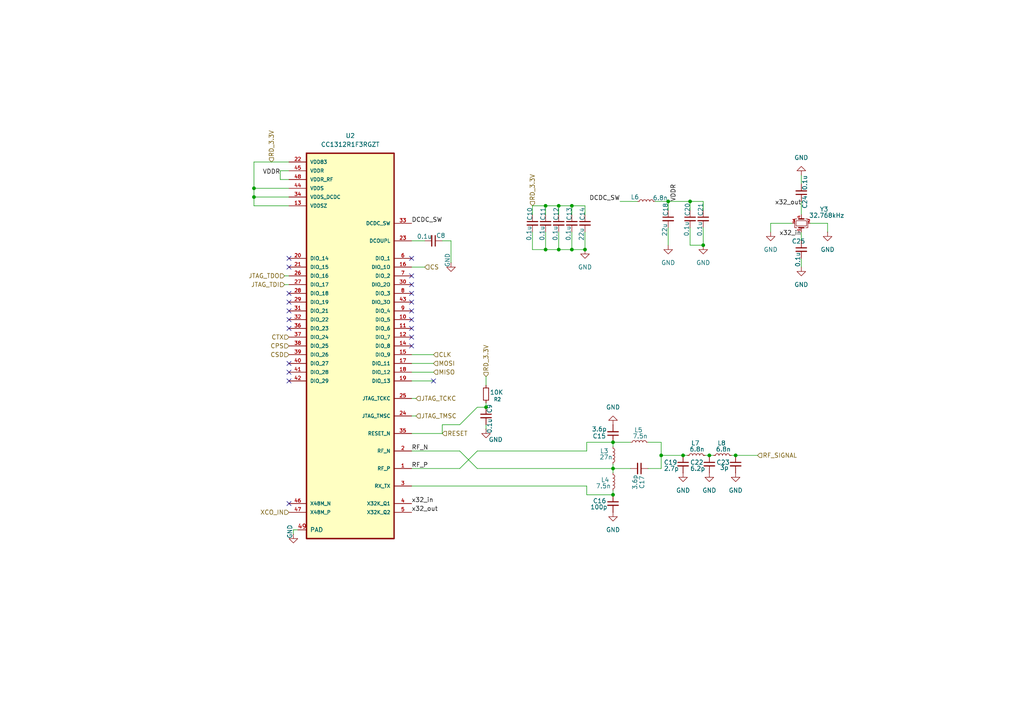
<source format=kicad_sch>
(kicad_sch (version 20250114) (generator "eeschema") (generator_version "9.0")
  (paper "A4")
  (lib_symbols
    (symbol "CC1312R1F3RGZT:CC1312R1F3RGZT" (pin_names (offset 1.016))
      (property "Reference" "U2" (at 0 60.96 0))
      (property "Value" "CC1312R1F3RGZT" (at 0 58.42 0))
      (symbol "CC1312R1F3RGZT_0_0"
        (rectangle (start -12.7 -55.88) (end 12.7 55.88) (stroke (width 0.41)) (fill (type background)))
        (pin bidirectional line (at -17.78 35.56 0) (length 5.08) (name "DCDC_SW") (number "33"))
        (pin bidirectional line (at -17.78 30.48 0) (length 5.08) (name "DCOUPL") (number "23"))
        (pin bidirectional line (at -17.78 25.4 0) (length 5.08) (name "DIO_1") (number "6"))
        (pin bidirectional line (at -17.78 22.86 0) (length 5.08) (name "DIO_1O") (number "16"))
        (pin bidirectional line (at -17.78 20.32 0) (length 5.08) (name "DIO_2") (number "7"))
        (pin bidirectional line (at -17.78 17.78 0) (length 5.08) (name "DIO_2O") (number "30"))
        (pin bidirectional line (at -17.78 15.24 0) (length 5.08) (name "DIO_3") (number "8"))
        (pin bidirectional line (at -17.78 12.7 0) (length 5.08) (name "DIO_3O") (number "43"))
        (pin bidirectional line (at -17.78 10.16 0) (length 5.08) (name "DIO_4") (number "9"))
        (pin bidirectional line (at -17.78 7.62 0) (length 5.08) (name "DIO_5") (number "10"))
        (pin bidirectional line (at -17.78 5.08 0) (length 5.08) (name "DIO_6") (number "11"))
        (pin bidirectional line (at -17.78 2.54 0) (length 5.08) (name "DIO_7") (number "12"))
        (pin bidirectional line (at -17.78 0 0) (length 5.08) (name "DIO_8") (number "14"))
        (pin bidirectional line (at -17.78 -2.54 0) (length 5.08) (name "DIO_9") (number "15"))
        (pin bidirectional line (at -17.78 -5.08 0) (length 5.08) (name "DIO_11") (number "17"))
        (pin bidirectional line (at -17.78 -7.62 0) (length 5.08) (name "DIO_12") (number "18"))
        (pin bidirectional line (at -17.78 -10.16 0) (length 5.08) (name "DIO_13") (number "19"))
        (pin bidirectional line (at -17.78 -15.24 0) (length 5.08) (name "JTAG_TCKC") (number "25"))
        (pin bidirectional line (at -17.78 -20.32 0) (length 5.08) (name "JTAG_TMSC") (number "24"))
        (pin bidirectional line (at -17.78 -25.4 0) (length 5.08) (name "RESET_N") (number "35"))
        (pin bidirectional line (at -17.78 -30.48 0) (length 5.08) (name "RF_N") (number "2"))
        (pin bidirectional line (at -17.78 -35.56 0) (length 5.08) (name "RF_P") (number "1"))
        (pin bidirectional line (at -17.78 -40.64 0) (length 5.08) (name "RX_TX") (number "3"))
        (pin bidirectional line (at -17.78 -45.72 0) (length 5.08) (name "X32K_Q1") (number "4"))
        (pin bidirectional line (at -17.78 -48.26 0) (length 5.08) (name "X32K_Q2") (number "5"))
        (pin bidirectional line (at 15.24 -53.34 180) (length 2.54) (name "PAD") (number "49"))
        (pin power_in line (at 17.78 53.34 180) (length 5.08) (name "VDD83") (number "22"))
        (pin power_in line (at 17.78 50.8 180) (length 5.08) (name "VDDR") (number "45"))
        (pin power_in line (at 17.78 48.26 180) (length 5.08) (name "VDDR_RF") (number "48"))
        (pin power_in line (at 17.78 45.72 180) (length 5.08) (name "VDDS") (number "44"))
        (pin power_in line (at 17.78 43.18 180) (length 5.08) (name "VDDS_DCDC") (number "34"))
        (pin power_in line (at 17.78 40.64 180) (length 5.08) (name "VDDSZ") (number "13"))
        (pin bidirectional line (at 17.78 25.4 180) (length 5.08) (name "DIO_14") (number "20"))
        (pin bidirectional line (at 17.78 22.86 180) (length 5.08) (name "DIO_15") (number "21"))
        (pin bidirectional line (at 17.78 20.32 180) (length 5.08) (name "DIO_16") (number "26"))
        (pin bidirectional line (at 17.78 17.78 180) (length 5.08) (name "DIO_17") (number "27"))
        (pin bidirectional line (at 17.78 15.24 180) (length 5.08) (name "DIO_18") (number "28"))
        (pin bidirectional line (at 17.78 12.7 180) (length 5.08) (name "DIO_19") (number "29"))
        (pin bidirectional line (at 17.78 10.16 180) (length 5.08) (name "DIO_21") (number "31"))
        (pin bidirectional line (at 17.78 7.62 180) (length 5.08) (name "DIO_22") (number "32"))
        (pin bidirectional line (at 17.78 5.08 180) (length 5.08) (name "DIO_23") (number "36"))
        (pin bidirectional line (at 17.78 2.54 180) (length 5.08) (name "DIO_24") (number "37"))
        (pin bidirectional line (at 17.78 0 180) (length 5.08) (name "DIO_25") (number "38"))
        (pin bidirectional line (at 17.78 -2.54 180) (length 5.08) (name "DIO_26") (number "39"))
        (pin bidirectional line (at 17.78 -5.08 180) (length 5.08) (name "DIO_27") (number "40"))
        (pin bidirectional line (at 17.78 -7.62 180) (length 5.08) (name "DIO_28") (number "41"))
        (pin bidirectional line (at 17.78 -10.16 180) (length 5.08) (name "DIO_29") (number "42"))
        (pin bidirectional line (at 17.78 -45.72 180) (length 5.08) (name "X48M_N") (number "46"))
        (pin bidirectional line (at 17.78 -48.26 180) (length 5.08) (name "X48M_P") (number "47"))
      )
    )
    (symbol "Device:C_Small" (pin_numbers (hide yes)) (pin_names (offset 0.254) (hide yes))
      (property "Reference" "C" (at 0.254 1.778 0))
      (property "Value" "C_Small" (at 0.254 -2.032 0))
      (symbol "C_Small_0_1"
        (polyline (pts (xy -1.524 0.508) (xy 1.524 0.508)) (stroke (width 0.3048)))
        (polyline (pts (xy -1.524 -0.508) (xy 1.524 -0.508)) (stroke (width 0.3302)))
      )
      (symbol "C_Small_1_1"
        (pin passive line (at 0 2.54 270) (length 2.032) (name "~") (number "1"))
        (pin passive line (at 0 -2.54 90) (length 2.032) (name "~") (number "2"))
      )
    )
    (symbol "Device:Crystal_GND23_Small" (pin_names (offset 1.016) (hide yes))
      (property "Reference" "Y" (at 1.27 4.445 0))
      (property "Value" "Crystal_GND23_Small" (at 1.27 2.54 0))
      (symbol "Crystal_GND23_Small_0_1"
        (polyline (pts (xy -1.27 1.27) (xy -1.27 1.905) (xy 1.27 1.905) (xy 1.27 1.27)))
        (polyline (pts (xy -1.27 -0.762) (xy -1.27 0.762)) (stroke (width 0.381)))
        (polyline (pts (xy -1.27 -1.27) (xy -1.27 -1.905) (xy 1.27 -1.905) (xy 1.27 -1.27)))
        (rectangle (start -0.762 -1.524) (end 0.762 1.524))
        (polyline (pts (xy 1.27 -0.762) (xy 1.27 0.762)) (stroke (width 0.381)))
      )
      (symbol "Crystal_GND23_Small_1_1"
        (pin passive line (at -2.54 0 0) (length 1.27) (name "1") (number "1"))
        (pin passive line (at 0 2.54 270) (length 0.635) (name "3") (number "3"))
        (pin passive line (at 0 -2.54 90) (length 0.635) (name "2") (number "2"))
        (pin passive line (at 2.54 0 180) (length 1.27) (name "4") (number "4"))
      )
    )
    (symbol "Device:L_Small" (pin_numbers (hide yes)) (pin_names (offset 0.254) (hide yes))
      (property "Reference" "L" (at 0.762 1.016 0))
      (property "Value" "L_Small" (at 0.762 -1.016 0))
      (symbol "L_Small_0_1"
        (arc (start 0 2.032) (mid 0.5058 1.524) (end 0 1.016))
        (arc (start 0 1.016) (mid 0.5058 0.508) (end 0 0))
        (arc (start 0 0) (mid 0.5058 -0.508) (end 0 -1.016))
        (arc (start 0 -1.016) (mid 0.5058 -1.524) (end 0 -2.032))
      )
      (symbol "L_Small_1_1"
        (pin passive line (at 0 2.54 270) (length 0.508) (name "~") (number "1"))
        (pin passive line (at 0 -2.54 90) (length 0.508) (name "~") (number "2"))
      )
    )
    (symbol "Device:R_Small" (pin_numbers (hide yes)) (pin_names (offset 0.254) (hide yes))
      (property "Reference" "R" (at 0 0 90))
      (property "Value" "R_Small" (at 1.778 0 90))
      (symbol "R_Small_0_1"
        (rectangle (start -0.762 1.778) (end 0.762 -1.778) (stroke (width 0.2032)))
      )
      (symbol "R_Small_1_1"
        (pin passive line (at 0 2.54 270) (length 0.762) (name "~") (number "1"))
        (pin passive line (at 0 -2.54 90) (length 0.762) (name "~") (number "2"))
      )
    )
    (symbol "power:GND" (power) (pin_numbers (hide yes)) (pin_names (offset 0) (hide yes))
      (property "Value" "GND" (at 0 -3.81 0))
      (symbol "GND_0_1"
        (polyline (pts (xy 0 0) (xy 0 -1.27) (xy 1.27 -1.27) (xy 0 -2.54) (xy -1.27 -1.27) (xy 0 -1.27)))
      )
      (symbol "GND_1_1"
        (pin power_in line (at 0 0 270) (length 0) (name "~") (number "1"))
      )
    )
  )
  (junction (at 158.242 72.39))
  (junction (at 158.242 59.69))
  (junction (at 177.8 128.27))
  (junction (at 213.36 132.08))
  (junction (at 193.802 58.42))
  (junction (at 191.77 132.08))
  (junction (at 200.152 58.42))
  (junction (at 203.962 71.12))
  (junction (at 162.052 72.39))
  (junction (at 177.8 143.51))
  (junction (at 165.862 72.39))
  (junction (at 177.8 135.89))
  (junction (at 162.052 59.69))
  (junction (at 165.862 59.69))
  (junction (at 205.74 132.08))
  (junction (at 73.66 57.15))
  (junction (at 140.97 118.11))
  (junction (at 169.672 72.39))
  (junction (at 73.66 54.61))
  (junction (at 198.12 132.08))
  (no_connect (at 119.38 74.93))
  (no_connect (at 119.38 82.55))
  (no_connect (at 83.82 87.63))
  (no_connect (at 83.82 107.95))
  (no_connect (at 119.38 80.01))
  (no_connect (at 83.82 77.47))
  (no_connect (at 83.82 105.41))
  (no_connect (at 83.82 110.49))
  (no_connect (at 119.38 92.71))
  (no_connect (at 119.38 95.25))
  (no_connect (at 83.82 90.17))
  (no_connect (at 83.82 95.25))
  (no_connect (at 119.38 90.17))
  (no_connect (at 83.82 74.93))
  (no_connect (at 83.82 146.05))
  (no_connect (at 119.38 97.79))
  (no_connect (at 83.82 92.71))
  (no_connect (at 119.38 87.63))
  (no_connect (at 125.73 110.49))
  (no_connect (at 119.38 85.09))
  (no_connect (at 119.38 100.33))
  (no_connect (at 83.82 85.09))
  (wire (pts (xy 170.18 128.27) (xy 177.8 128.27)))
  (wire (pts (xy 133.35 135.89) (xy 119.38 135.89)))
  (wire (pts (xy 223.52 64.77) (xy 229.87 64.77)))
  (wire (pts (xy 189.992 58.42) (xy 193.802 58.42)))
  (wire (pts (xy 223.52 67.31) (xy 223.52 64.77)))
  (wire (pts (xy 128.27 69.85) (xy 130.81 69.85)))
  (wire (pts (xy 140.97 124.46) (xy 140.97 123.19)))
  (wire (pts (xy 158.242 59.69) (xy 154.432 59.69)))
  (wire (pts (xy 203.962 66.04) (xy 203.962 71.12)))
  (wire (pts (xy 200.152 71.12) (xy 203.962 71.12)))
  (wire (pts (xy 212.09 132.08) (xy 213.36 132.08)))
  (wire (pts (xy 232.41 53.34) (xy 232.41 50.8)))
  (wire (pts (xy 154.432 59.69) (xy 154.432 62.23)))
  (wire (pts (xy 207.01 132.08) (xy 205.74 132.08)))
  (wire (pts (xy 138.43 118.11) (xy 133.35 123.19)))
  (wire (pts (xy 170.18 143.51) (xy 177.8 143.51)))
  (wire (pts (xy 232.41 58.42) (xy 232.41 62.23)))
  (wire (pts (xy 125.73 105.41) (xy 119.38 105.41)))
  (wire (pts (xy 83.82 59.69) (xy 73.66 59.69)))
  (wire (pts (xy 193.802 66.04) (xy 193.802 71.12)))
  (wire (pts (xy 162.052 59.69) (xy 165.862 59.69)))
  (wire (pts (xy 128.27 123.19) (xy 128.27 125.73)))
  (wire (pts (xy 158.242 59.69) (xy 158.242 62.23)))
  (wire (pts (xy 165.862 59.69) (xy 169.672 59.69)))
  (wire (pts (xy 169.672 67.31) (xy 169.672 72.39)))
  (wire (pts (xy 83.82 54.61) (xy 73.66 54.61)))
  (wire (pts (xy 165.862 59.69) (xy 165.862 62.23)))
  (wire (pts (xy 169.672 59.69) (xy 169.672 62.23)))
  (wire (pts (xy 120.65 120.65) (xy 119.38 120.65)))
  (wire (pts (xy 162.052 72.39) (xy 165.862 72.39)))
  (wire (pts (xy 193.802 58.42) (xy 200.152 58.42)))
  (wire (pts (xy 204.47 132.08) (xy 205.74 132.08)))
  (wire (pts (xy 85.09 153.67) (xy 86.36 153.67)))
  (wire (pts (xy 140.97 116.84) (xy 140.97 118.11)))
  (wire (pts (xy 193.802 58.42) (xy 193.802 60.96)))
  (wire (pts (xy 125.73 102.87) (xy 119.38 102.87)))
  (wire (pts (xy 200.152 66.04) (xy 200.152 71.12)))
  (wire (pts (xy 73.66 57.15) (xy 73.66 59.69)))
  (wire (pts (xy 81.28 49.53) (xy 81.28 52.07)))
  (wire (pts (xy 170.18 140.97) (xy 119.38 140.97)))
  (wire (pts (xy 133.35 135.89) (xy 138.43 130.81)))
  (wire (pts (xy 154.432 72.39) (xy 158.242 72.39)))
  (wire (pts (xy 73.66 54.61) (xy 73.66 57.15)))
  (wire (pts (xy 177.8 143.51) (xy 177.8 142.24)))
  (wire (pts (xy 140.97 118.11) (xy 138.43 118.11)))
  (wire (pts (xy 158.242 59.69) (xy 162.052 59.69)))
  (wire (pts (xy 125.73 110.49) (xy 119.38 110.49)))
  (wire (pts (xy 199.39 132.08) (xy 198.12 132.08)))
  (wire (pts (xy 128.27 123.19) (xy 133.35 123.19)))
  (wire (pts (xy 85.09 153.67) (xy 85.09 154.94)))
  (wire (pts (xy 82.55 82.55) (xy 83.82 82.55)))
  (wire (pts (xy 123.19 69.85) (xy 119.38 69.85)))
  (wire (pts (xy 203.962 58.42) (xy 203.962 60.96)))
  (wire (pts (xy 128.27 125.73) (xy 119.38 125.73)))
  (wire (pts (xy 200.152 58.42) (xy 203.962 58.42)))
  (wire (pts (xy 83.82 57.15) (xy 73.66 57.15)))
  (wire (pts (xy 177.8 128.27) (xy 177.8 129.54)))
  (wire (pts (xy 170.18 130.81) (xy 138.43 130.81)))
  (wire (pts (xy 130.81 76.2) (xy 130.81 69.85)))
  (wire (pts (xy 191.77 132.08) (xy 191.77 128.27)))
  (wire (pts (xy 154.432 67.31) (xy 154.432 72.39)))
  (wire (pts (xy 187.96 135.89) (xy 191.77 135.89)))
  (wire (pts (xy 82.55 80.01) (xy 83.82 80.01)))
  (wire (pts (xy 200.152 58.42) (xy 200.152 60.96)))
  (wire (pts (xy 165.862 72.39) (xy 169.672 72.39)))
  (wire (pts (xy 177.8 135.89) (xy 138.43 135.89)))
  (wire (pts (xy 232.41 74.93) (xy 232.41 77.47)))
  (wire (pts (xy 191.77 135.89) (xy 191.77 132.08)))
  (wire (pts (xy 158.242 67.31) (xy 158.242 72.39)))
  (wire (pts (xy 83.82 46.99) (xy 73.66 46.99)))
  (wire (pts (xy 213.36 132.08) (xy 219.71 132.08)))
  (wire (pts (xy 162.052 59.69) (xy 162.052 62.23)))
  (wire (pts (xy 240.03 64.77) (xy 240.03 67.31)))
  (wire (pts (xy 170.18 130.81) (xy 170.18 128.27)))
  (wire (pts (xy 177.8 134.62) (xy 177.8 135.89)))
  (wire (pts (xy 123.19 77.47) (xy 119.38 77.47)))
  (wire (pts (xy 234.95 64.77) (xy 240.03 64.77)))
  (wire (pts (xy 191.77 128.27) (xy 187.96 128.27)))
  (wire (pts (xy 73.66 46.99) (xy 73.66 54.61)))
  (wire (pts (xy 120.65 115.57) (xy 119.38 115.57)))
  (wire (pts (xy 179.832 58.42) (xy 184.912 58.42)))
  (wire (pts (xy 140.97 109.22) (xy 140.97 111.76)))
  (wire (pts (xy 170.18 140.97) (xy 170.18 143.51)))
  (wire (pts (xy 133.35 130.81) (xy 138.43 135.89)))
  (wire (pts (xy 83.82 49.53) (xy 81.28 49.53)))
  (wire (pts (xy 158.242 72.39) (xy 162.052 72.39)))
  (wire (pts (xy 177.8 135.89) (xy 182.88 135.89)))
  (wire (pts (xy 182.88 128.27) (xy 177.8 128.27)))
  (wire (pts (xy 83.82 52.07) (xy 81.28 52.07)))
  (wire (pts (xy 191.77 132.08) (xy 198.12 132.08)))
  (wire (pts (xy 177.8 135.89) (xy 177.8 137.16)))
  (wire (pts (xy 165.862 67.31) (xy 165.862 72.39)))
  (wire (pts (xy 232.41 67.31) (xy 232.41 69.85)))
  (wire (pts (xy 125.73 107.95) (xy 119.38 107.95)))
  (wire (pts (xy 162.052 67.31) (xy 162.052 72.39)))
  (wire (pts (xy 133.35 130.81) (xy 119.38 130.81)))
  (label "x32_out" (at 119.38 148.59 0))
  (label "RF_N" (at 119.38 130.81 0))
  (label "VDDR" (at 81.28 50.8 180))
  (label "DCDC_SW" (at 179.832 58.42 180))
  (label "RF_P" (at 119.38 135.89 0))
  (label "VDDR" (at 196.342 58.42 90))
  (label "x32_out" (at 232.41 59.69 180))
  (label "x32_in" (at 232.41 68.58 180))
  (label "DCDC_SW" (at 119.38 64.77 0))
  (label "x32_in" (at 119.38 146.05 0))
  (hierarchical_label "CSD" (shape input) (at 83.82 102.87 180))
  (hierarchical_label "RESET" (shape input) (at 128.27 125.73 0))
  (hierarchical_label "MOSI" (shape input) (at 125.73 105.41 0))
  (hierarchical_label "JTAG_TCKC" (shape input) (at 120.65 115.57 0))
  (hierarchical_label "RD_3.3V" (shape input) (at 140.97 109.22 90))
  (hierarchical_label "RF_SIGNAL" (shape input) (at 219.71 132.08 0))
  (hierarchical_label "MISO" (shape input) (at 125.73 107.95 0))
  (hierarchical_label "JTAG_TMSC" (shape input) (at 120.65 120.65 0))
  (hierarchical_label "RD_3.3V" (shape input) (at 78.74 46.99 90))
  (hierarchical_label "JTAG_TDI" (shape input) (at 82.55 82.55 180))
  (hierarchical_label "CLK" (shape input) (at 125.73 102.87 0))
  (hierarchical_label "CPS" (shape input) (at 83.82 100.33 180))
  (hierarchical_label "CTX" (shape input) (at 83.82 97.79 180))
  (hierarchical_label "XCO_IN" (shape input) (at 83.82 148.59 180))
  (hierarchical_label "CS" (shape input) (at 123.19 77.47 0))
  (hierarchical_label "JTAG_TDO" (shape input) (at 82.55 80.01 180))
  (hierarchical_label "RD_3.3V" (shape input) (at 154.432 59.69 90))
  (symbol (lib_id "Device:C_Small") (at 162.052 64.77 0) (unit 1)
    (property "Reference" "C12" (at 161.29 64.008 90) (effects (justify left)))
    (property "Value" "0.1u" (at 161.036 69.85 90) (effects (justify left)))
    (property "Footprint" "Capacitor_SMD:C_0402_1005Metric" (effects (hide yes)))
    (property "Description" "Unpolarized capacitor, small symbol" (effects (hide yes)))
  )
  (symbol (lib_id "Device:L_Small") (at 209.55 132.08 270) (mirror x) (unit 1)
    (property "Reference" "L8" (at 209.296 128.524 90))
    (property "Value" "6.8n" (at 209.804 130.302 90))
    (property "Footprint" "Inductor_SMD:L_0402_1005Metric" (effects (hide yes)))
    (property "Description" "Inductor, small symbol" (effects (hide yes)))
  )
  (symbol (lib_id "power:GND") (at 193.802 71.12 0) (unit 1)
    (property "Reference" "#PWR014" (effects (hide yes)))
    (property "Value" "GND" (at 193.802 76.2 0))
    (property "Description" "Power symbol creates a global label with name \"GND\" , ground" (effects (hide yes)))
  )
  (symbol (lib_id "power:GND") (at 177.8 123.19 180) (unit 1)
    (property "Reference" "#PWR012" (effects (hide yes)))
    (property "Value" "GND" (at 177.8 118.11 0))
    (property "Description" "Power symbol creates a global label with name \"GND\" , ground" (effects (hide yes)))
  )
  (symbol (lib_id "Device:L_Small") (at 177.8 132.08 0) (unit 1)
    (property "Reference" "L3" (at 175.26 130.81 0))
    (property "Value" "27n" (at 175.768 132.588 0))
    (property "Footprint" "Inductor_SMD:L_0402_1005Metric" (effects (hide yes)))
    (property "Description" "Inductor, small symbol" (effects (hide yes)))
  )
  (symbol (lib_id "power:GND") (at 140.97 124.46 0) (mirror y) (unit 1)
    (property "Reference" "#PWR010" (effects (hide yes)))
    (property "Value" "GND" (at 143.764 127.508 0))
    (property "Description" "Power symbol creates a global label with name \"GND\" , ground" (effects (hide yes)))
  )
  (symbol (lib_id "Device:L_Small") (at 187.452 58.42 90) (unit 1)
    (property "Reference" "L6" (at 184.15 57.15 90))
    (property "Value" "6.8n" (at 191.516 57.404 90))
    (property "Footprint" "Inductor_SMD:L_0402_1005Metric" (effects (hide yes)))
    (property "Description" "Inductor, small symbol" (effects (hide yes)))
  )
  (symbol (lib_id "Device:R_Small") (at 140.97 114.3 0) (mirror x) (unit 1)
    (property "Reference" "R2" (at 144.272 115.824 0) (effects (font (size 1.016 1.016))))
    (property "Value" "10K" (at 144.018 113.792 0))
    (property "Footprint" "Resistor_SMD:R_0402_1005Metric" (effects (hide yes)))
    (property "Description" "Resistor, small symbol" (effects (hide yes)))
  )
  (symbol (lib_id "Device:C_Small") (at 193.802 63.5 0) (unit 1)
    (property "Reference" "C18" (at 193.04 62.738 90) (effects (justify left)))
    (property "Value" "22u" (at 192.786 68.58 90) (effects (justify left)))
    (property "Footprint" "Capacitor_SMD:C_0603_1608Metric" (effects (hide yes)))
    (property "Description" "Unpolarized capacitor, small symbol" (effects (hide yes)))
  )
  (symbol (lib_id "power:GND") (at 203.962 71.12 0) (unit 1)
    (property "Reference" "#PWR016" (effects (hide yes)))
    (property "Value" "GND" (at 203.962 76.2 0))
    (property "Description" "Power symbol creates a global label with name \"GND\" , ground" (effects (hide yes)))
  )
  (symbol (lib_id "Device:C_Small") (at 158.242 64.77 0) (unit 1)
    (property "Reference" "C11" (at 157.48 64.008 90) (effects (justify left)))
    (property "Value" "0.1u" (at 157.226 69.85 90) (effects (justify left)))
    (property "Footprint" "Capacitor_SMD:C_0402_1005Metric" (effects (hide yes)))
    (property "Description" "Unpolarized capacitor, small symbol" (effects (hide yes)))
  )
  (symbol (lib_id "power:GND") (at 169.672 72.39 0) (unit 1)
    (property "Reference" "#PWR011" (effects (hide yes)))
    (property "Value" "GND" (at 169.672 77.47 0))
    (property "Description" "Power symbol creates a global label with name \"GND\" , ground" (effects (hide yes)))
  )
  (symbol (lib_id "Device:C_Small") (at 205.74 134.62 0) (unit 1)
    (property "Reference" "C22" (at 200.152 134.112 0) (effects (justify left)))
    (property "Value" "6.2p" (at 200.152 135.89 0) (effects (justify left)))
    (property "Footprint" "Capacitor_SMD:C_0402_1005Metric" (effects (hide yes)))
    (property "Description" "Unpolarized capacitor, small symbol" (effects (hide yes)))
  )
  (symbol (lib_id "Device:C_Small") (at 232.41 72.39 0) (unit 1)
    (property "Reference" "C25" (at 233.553 69.977 0) (effects (justify right)))
    (property "Value" "0.1u" (at 231.394 77.47 90) (effects (justify left)))
    (property "Footprint" "Capacitor_SMD:C_0402_1005Metric" (effects (hide yes)))
    (property "Description" "Unpolarized capacitor, small symbol" (effects (hide yes)))
  )
  (symbol (lib_id "Device:C_Small") (at 177.8 125.73 180) (unit 1)
    (property "Reference" "C15" (at 175.768 126.492 0) (effects (justify left)))
    (property "Value" "3.6p" (at 176.022 124.46 0) (effects (justify left)))
    (property "Footprint" "Capacitor_SMD:C_0402_1005Metric" (effects (hide yes)))
    (property "Description" "Unpolarized capacitor, small symbol" (effects (hide yes)))
  )
  (symbol (lib_id "CC1312R1F3RGZT:CC1312R1F3RGZT") (at 101.6 100.33 0) (mirror y) (unit 1)
    (property "Reference" "U2" (at 101.6 39.37 0))
    (property "Value" "CC1312R1F3RGZT" (at 101.6 41.91 0))
    (property "Footprint" "Radio:QFN50P700X700X100-49N" (effects (hide yes)))
    (property "MF" "Texas Instruments" (effects (hide yes)))
    (property "Description_1" "SimpleLink™ 32-bit Arm Cortex-M4F Sub-1 GHz wireless MCU with 352kB Flash" (effects (hide yes)))
    (property "Package" "VQFN-48 Texas Instruments" (effects (hide yes)))
    (property "Price" "None" (effects (hide yes)))
    (property "SnapEDA_Link" "https://www.snapeda.com/parts/CC1312R1F3RGZT/Texas+Instruments/view-part/?ref=snap" (effects (hide yes)))
    (property "MP" "CC1312R1F3RGZT" (effects (hide yes)))
    (property "Availability" "In Stock" (effects (hide yes)))
    (property "Check_prices" "https://www.snapeda.com/parts/CC1312R1F3RGZT/Texas+Instruments/view-part/?ref=eda" (effects (hide yes)))
  )
  (symbol (lib_id "power:GND") (at 198.12 137.16 0) (unit 1)
    (property "Reference" "#PWR015" (effects (hide yes)))
    (property "Value" "GND" (at 198.12 142.24 0))
    (property "Description" "Power symbol creates a global label with name \"GND\" , ground" (effects (hide yes)))
  )
  (symbol (lib_id "Device:C_Small") (at 165.862 64.77 0) (unit 1)
    (property "Reference" "C13" (at 165.1 64.008 90) (effects (justify left)))
    (property "Value" "0.1u" (at 164.846 69.85 90) (effects (justify left)))
    (property "Footprint" "Capacitor_SMD:C_0402_1005Metric" (effects (hide yes)))
    (property "Description" "Unpolarized capacitor, small symbol" (effects (hide yes)))
  )
  (symbol (lib_id "Device:C_Small") (at 177.8 146.05 0) (unit 1)
    (property "Reference" "C16" (at 171.958 145.288 0) (effects (justify left)))
    (property "Value" "100p" (at 171.196 147.066 0) (effects (justify left)))
    (property "Footprint" "Capacitor_SMD:C_0402_1005Metric" (effects (hide yes)))
    (property "Description" "Unpolarized capacitor, small symbol" (effects (hide yes)))
  )
  (symbol (lib_id "power:GND") (at 232.41 77.47 0) (unit 1)
    (property "Reference" "#PWR021" (effects (hide yes)))
    (property "Value" "GND" (at 232.41 82.55 0))
    (property "Description" "Power symbol creates a global label with name \"GND\" , ground" (effects (hide yes)))
  )
  (symbol (lib_id "power:GND") (at 130.81 76.2 0) (mirror y) (unit 1)
    (property "Reference" "#PWR09" (effects (hide yes)))
    (property "Value" "GND" (at 129.794 75.438 90))
    (property "Description" "Power symbol creates a global label with name \"GND\" , ground" (effects (hide yes)))
  )
  (symbol (lib_id "power:GND") (at 177.8 148.59 0) (unit 1)
    (property "Reference" "#PWR013" (effects (hide yes)))
    (property "Value" "GND" (at 177.8 153.67 0))
    (property "Description" "Power symbol creates a global label with name \"GND\" , ground" (effects (hide yes)))
  )
  (symbol (lib_id "power:GND") (at 85.09 154.94 0) (mirror y) (unit 1)
    (property "Reference" "#PWR033" (effects (hide yes)))
    (property "Value" "GND" (at 84.074 154.178 90))
    (property "Description" "Power symbol creates a global label with name \"GND\" , ground" (effects (hide yes)))
  )
  (symbol (lib_id "Device:C_Small") (at 203.962 63.5 0) (unit 1)
    (property "Reference" "C21" (at 203.2 62.738 90) (effects (justify left)))
    (property "Value" "0.1u" (at 202.946 68.58 90) (effects (justify left)))
    (property "Footprint" "Capacitor_SMD:C_0402_1005Metric" (effects (hide yes)))
    (property "Description" "Unpolarized capacitor, small symbol" (effects (hide yes)))
  )
  (symbol (lib_id "power:GND") (at 223.52 67.31 0) (unit 1)
    (property "Reference" "#PWR019" (effects (hide yes)))
    (property "Value" "GND" (at 223.52 72.39 0))
    (property "Description" "Power symbol creates a global label with name \"GND\" , ground" (effects (hide yes)))
  )
  (symbol (lib_id "Device:L_Small") (at 177.8 139.7 0) (unit 1)
    (property "Reference" "L4" (at 175.514 139.192 0))
    (property "Value" "7.5n" (at 175.006 140.97 0))
    (property "Footprint" "Inductor_SMD:L_0402_1005Metric" (effects (hide yes)))
    (property "Description" "Inductor, small symbol" (effects (hide yes)))
  )
  (symbol (lib_id "Device:C_Small") (at 140.97 120.65 0) (mirror y) (unit 1)
    (property "Reference" "C9" (at 141.986 119.888 90) (effects (justify left)))
    (property "Value" "0.1u" (at 141.986 125.73 90) (effects (justify left)))
    (property "Footprint" "Capacitor_SMD:C_0402_1005Metric" (effects (hide yes)))
    (property "Description" "Unpolarized capacitor, small symbol" (effects (hide yes)))
  )
  (symbol (lib_id "power:GND") (at 232.41 50.8 0) (mirror x) (unit 1)
    (property "Reference" "#PWR020" (effects (hide yes)))
    (property "Value" "GND" (at 232.41 45.72 0))
    (property "Description" "Power symbol creates a global label with name \"GND\" , ground" (effects (hide yes)))
  )
  (symbol (lib_id "Device:C_Small") (at 154.432 64.77 0) (unit 1)
    (property "Reference" "C10" (at 153.67 64.008 90) (effects (justify left)))
    (property "Value" "0.1u" (at 153.416 69.85 90) (effects (justify left)))
    (property "Footprint" "Capacitor_SMD:C_0402_1005Metric" (effects (hide yes)))
    (property "Description" "Unpolarized capacitor, small symbol" (effects (hide yes)))
  )
  (symbol (lib_id "Device:C_Small") (at 198.12 134.62 0) (unit 1)
    (property "Reference" "C19" (at 192.532 134.112 0) (effects (justify left)))
    (property "Value" "2.7p" (at 192.532 135.89 0) (effects (justify left)))
    (property "Footprint" "Capacitor_SMD:C_0402_1005Metric" (effects (hide yes)))
    (property "Description" "Unpolarized capacitor, small symbol" (effects (hide yes)))
  )
  (symbol (lib_id "Device:L_Small") (at 201.93 132.08 270) (mirror x) (unit 1)
    (property "Reference" "L7" (at 201.676 128.524 90))
    (property "Value" "6.8n" (at 202.184 130.302 90))
    (property "Footprint" "Inductor_SMD:L_0402_1005Metric" (effects (hide yes)))
    (property "Description" "Inductor, small symbol" (effects (hide yes)))
  )
  (symbol (lib_id "Device:L_Small") (at 185.42 128.27 270) (mirror x) (unit 1)
    (property "Reference" "L5" (at 185.166 124.714 90))
    (property "Value" "7.5n" (at 185.674 126.492 90))
    (property "Footprint" "Inductor_SMD:L_0402_1005Metric" (effects (hide yes)))
    (property "Description" "Inductor, small symbol" (effects (hide yes)))
  )
  (symbol (lib_id "Device:C_Small") (at 169.672 64.77 0) (unit 1)
    (property "Reference" "C14" (at 168.91 64.008 90) (effects (justify left)))
    (property "Value" "22u" (at 168.656 69.85 90) (effects (justify left)))
    (property "Footprint" "Capacitor_SMD:C_0603_1608Metric" (effects (hide yes)))
    (property "Description" "Unpolarized capacitor, small symbol" (effects (hide yes)))
  )
  (symbol (lib_id "Device:Crystal_GND23_Small") (at 232.41 64.77 90) (unit 1)
    (property "Reference" "Y3" (at 239.014 60.706 90))
    (property "Value" "32.768kHz" (at 239.776 62.484 90))
    (property "Footprint" "Crystal:Crystal_SMD_3225-4Pin_3.2x2.5mm" (effects (hide yes)))
    (property "Description" "Four pin crystal, GND on pins 2 and 3, small symbol" (effects (hide yes)))
  )
  (symbol (lib_id "Device:C_Small") (at 232.41 55.88 180) (unit 1)
    (property "Reference" "C24" (at 233.426 56.642 90) (effects (justify left)))
    (property "Value" "0.1u" (at 233.426 50.8 90) (effects (justify left)))
    (property "Footprint" "Capacitor_SMD:C_0402_1005Metric" (effects (hide yes)))
    (property "Description" "Unpolarized capacitor, small symbol" (effects (hide yes)))
  )
  (symbol (lib_id "Device:C_Small") (at 200.152 63.5 0) (unit 1)
    (property "Reference" "C20" (at 199.39 62.738 90) (effects (justify left)))
    (property "Value" "0.1u" (at 199.136 68.58 90) (effects (justify left)))
    (property "Footprint" "Capacitor_SMD:C_0402_1005Metric" (effects (hide yes)))
    (property "Description" "Unpolarized capacitor, small symbol" (effects (hide yes)))
  )
  (symbol (lib_id "Device:C_Small") (at 185.42 135.89 270) (unit 1)
    (property "Reference" "C17" (at 186.182 137.922 0) (effects (justify left)))
    (property "Value" "3.6p" (at 184.15 137.668 0) (effects (justify left)))
    (property "Footprint" "Capacitor_SMD:C_0402_1005Metric" (effects (hide yes)))
    (property "Description" "Unpolarized capacitor, small symbol" (effects (hide yes)))
  )
  (symbol (lib_id "Device:C_Small") (at 125.73 69.85 270) (unit 1)
    (property "Reference" "C8" (at 126.492 68.326 90) (effects (justify left)))
    (property "Value" "0.1u" (at 120.904 68.58 90) (effects (justify left)))
    (property "Footprint" "Capacitor_SMD:C_0402_1005Metric" (effects (hide yes)))
    (property "Description" "Unpolarized capacitor, small symbol" (effects (hide yes)))
  )
  (symbol (lib_id "Device:C_Small") (at 213.36 134.62 0) (unit 1)
    (property "Reference" "C23" (at 207.772 134.112 0) (effects (justify left)))
    (property "Value" "3p" (at 208.788 135.636 0) (effects (justify left)))
    (property "Footprint" "Capacitor_SMD:C_0402_1005Metric" (effects (hide yes)))
    (property "Description" "Unpolarized capacitor, small symbol" (effects (hide yes)))
  )
  (symbol (lib_id "power:GND") (at 240.03 67.31 0) (unit 1)
    (property "Reference" "#PWR022" (effects (hide yes)))
    (property "Value" "GND" (at 240.03 72.39 0))
    (property "Description" "Power symbol creates a global label with name \"GND\" , ground" (effects (hide yes)))
  )
  (symbol (lib_id "power:GND") (at 205.74 137.16 0) (unit 1)
    (property "Reference" "#PWR017" (effects (hide yes)))
    (property "Value" "GND" (at 205.74 142.24 0))
    (property "Description" "Power symbol creates a global label with name \"GND\" , ground" (effects (hide yes)))
  )
  (symbol (lib_id "power:GND") (at 213.36 137.16 0) (unit 1)
    (property "Reference" "#PWR018" (effects (hide yes)))
    (property "Value" "GND" (at 213.36 142.24 0))
    (property "Description" "Power symbol creates a global label with name \"GND\" , ground" (effects (hide yes)))
  )
)
</source>
